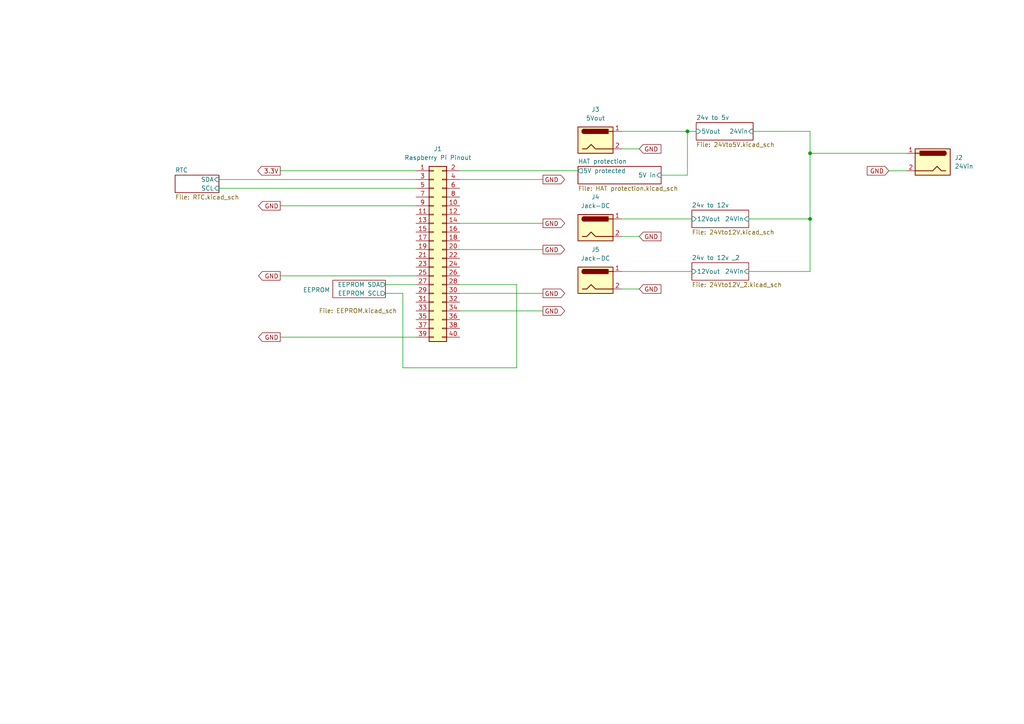
<source format=kicad_sch>
(kicad_sch
	(version 20231120)
	(generator "eeschema")
	(generator_version "8.0")
	(uuid "e63e39d7-6ac0-4ffd-8aa3-1841a4541b55")
	(paper "A4")
	(title_block
		(date "15 nov 2012")
	)
	(lib_symbols
		(symbol "Connector:Jack-DC"
			(pin_names
				(offset 1.016)
			)
			(exclude_from_sim no)
			(in_bom yes)
			(on_board yes)
			(property "Reference" "J"
				(at 0 5.334 0)
				(effects
					(font
						(size 1.27 1.27)
					)
				)
			)
			(property "Value" "Jack-DC"
				(at 0 -5.08 0)
				(effects
					(font
						(size 1.27 1.27)
					)
				)
			)
			(property "Footprint" ""
				(at 1.27 -1.016 0)
				(effects
					(font
						(size 1.27 1.27)
					)
					(hide yes)
				)
			)
			(property "Datasheet" "~"
				(at 1.27 -1.016 0)
				(effects
					(font
						(size 1.27 1.27)
					)
					(hide yes)
				)
			)
			(property "Description" "DC Barrel Jack"
				(at 0 0 0)
				(effects
					(font
						(size 1.27 1.27)
					)
					(hide yes)
				)
			)
			(property "ki_keywords" "DC power barrel jack connector"
				(at 0 0 0)
				(effects
					(font
						(size 1.27 1.27)
					)
					(hide yes)
				)
			)
			(property "ki_fp_filters" "BarrelJack*"
				(at 0 0 0)
				(effects
					(font
						(size 1.27 1.27)
					)
					(hide yes)
				)
			)
			(symbol "Jack-DC_0_1"
				(rectangle
					(start -5.08 3.81)
					(end 5.08 -3.81)
					(stroke
						(width 0.254)
						(type default)
					)
					(fill
						(type background)
					)
				)
				(arc
					(start -3.302 3.175)
					(mid -3.9343 2.54)
					(end -3.302 1.905)
					(stroke
						(width 0.254)
						(type default)
					)
					(fill
						(type none)
					)
				)
				(arc
					(start -3.302 3.175)
					(mid -3.9343 2.54)
					(end -3.302 1.905)
					(stroke
						(width 0.254)
						(type default)
					)
					(fill
						(type outline)
					)
				)
				(polyline
					(pts
						(xy 5.08 2.54) (xy 3.81 2.54)
					)
					(stroke
						(width 0.254)
						(type default)
					)
					(fill
						(type none)
					)
				)
				(polyline
					(pts
						(xy -3.81 -2.54) (xy -2.54 -2.54) (xy -1.27 -1.27) (xy 0 -2.54) (xy 2.54 -2.54) (xy 5.08 -2.54)
					)
					(stroke
						(width 0.254)
						(type default)
					)
					(fill
						(type none)
					)
				)
				(rectangle
					(start 3.683 3.175)
					(end -3.302 1.905)
					(stroke
						(width 0.254)
						(type default)
					)
					(fill
						(type outline)
					)
				)
			)
			(symbol "Jack-DC_1_1"
				(pin passive line
					(at 7.62 2.54 180)
					(length 2.54)
					(name "~"
						(effects
							(font
								(size 1.27 1.27)
							)
						)
					)
					(number "1"
						(effects
							(font
								(size 1.27 1.27)
							)
						)
					)
				)
				(pin passive line
					(at 7.62 -2.54 180)
					(length 2.54)
					(name "~"
						(effects
							(font
								(size 1.27 1.27)
							)
						)
					)
					(number "2"
						(effects
							(font
								(size 1.27 1.27)
							)
						)
					)
				)
			)
		)
		(symbol "Connector_Generic:Conn_02x20_Odd_Even"
			(pin_names
				(offset 1.016) hide)
			(exclude_from_sim no)
			(in_bom yes)
			(on_board yes)
			(property "Reference" "J"
				(at 1.27 25.4 0)
				(effects
					(font
						(size 1.27 1.27)
					)
				)
			)
			(property "Value" "Conn_02x20_Odd_Even"
				(at 1.27 -27.94 0)
				(effects
					(font
						(size 1.27 1.27)
					)
				)
			)
			(property "Footprint" ""
				(at 0 0 0)
				(effects
					(font
						(size 1.27 1.27)
					)
					(hide yes)
				)
			)
			(property "Datasheet" "~"
				(at 0 0 0)
				(effects
					(font
						(size 1.27 1.27)
					)
					(hide yes)
				)
			)
			(property "Description" "Generic connector, double row, 02x20, odd/even pin numbering scheme (row 1 odd numbers, row 2 even numbers), script generated (kicad-library-utils/schlib/autogen/connector/)"
				(at 0 0 0)
				(effects
					(font
						(size 1.27 1.27)
					)
					(hide yes)
				)
			)
			(property "ki_keywords" "connector"
				(at 0 0 0)
				(effects
					(font
						(size 1.27 1.27)
					)
					(hide yes)
				)
			)
			(property "ki_fp_filters" "Connector*:*_2x??_*"
				(at 0 0 0)
				(effects
					(font
						(size 1.27 1.27)
					)
					(hide yes)
				)
			)
			(symbol "Conn_02x20_Odd_Even_1_1"
				(rectangle
					(start -1.27 -25.273)
					(end 0 -25.527)
					(stroke
						(width 0.1524)
						(type default)
					)
					(fill
						(type none)
					)
				)
				(rectangle
					(start -1.27 -22.733)
					(end 0 -22.987)
					(stroke
						(width 0.1524)
						(type default)
					)
					(fill
						(type none)
					)
				)
				(rectangle
					(start -1.27 -20.193)
					(end 0 -20.447)
					(stroke
						(width 0.1524)
						(type default)
					)
					(fill
						(type none)
					)
				)
				(rectangle
					(start -1.27 -17.653)
					(end 0 -17.907)
					(stroke
						(width 0.1524)
						(type default)
					)
					(fill
						(type none)
					)
				)
				(rectangle
					(start -1.27 -15.113)
					(end 0 -15.367)
					(stroke
						(width 0.1524)
						(type default)
					)
					(fill
						(type none)
					)
				)
				(rectangle
					(start -1.27 -12.573)
					(end 0 -12.827)
					(stroke
						(width 0.1524)
						(type default)
					)
					(fill
						(type none)
					)
				)
				(rectangle
					(start -1.27 -10.033)
					(end 0 -10.287)
					(stroke
						(width 0.1524)
						(type default)
					)
					(fill
						(type none)
					)
				)
				(rectangle
					(start -1.27 -7.493)
					(end 0 -7.747)
					(stroke
						(width 0.1524)
						(type default)
					)
					(fill
						(type none)
					)
				)
				(rectangle
					(start -1.27 -4.953)
					(end 0 -5.207)
					(stroke
						(width 0.1524)
						(type default)
					)
					(fill
						(type none)
					)
				)
				(rectangle
					(start -1.27 -2.413)
					(end 0 -2.667)
					(stroke
						(width 0.1524)
						(type default)
					)
					(fill
						(type none)
					)
				)
				(rectangle
					(start -1.27 0.127)
					(end 0 -0.127)
					(stroke
						(width 0.1524)
						(type default)
					)
					(fill
						(type none)
					)
				)
				(rectangle
					(start -1.27 2.667)
					(end 0 2.413)
					(stroke
						(width 0.1524)
						(type default)
					)
					(fill
						(type none)
					)
				)
				(rectangle
					(start -1.27 5.207)
					(end 0 4.953)
					(stroke
						(width 0.1524)
						(type default)
					)
					(fill
						(type none)
					)
				)
				(rectangle
					(start -1.27 7.747)
					(end 0 7.493)
					(stroke
						(width 0.1524)
						(type default)
					)
					(fill
						(type none)
					)
				)
				(rectangle
					(start -1.27 10.287)
					(end 0 10.033)
					(stroke
						(width 0.1524)
						(type default)
					)
					(fill
						(type none)
					)
				)
				(rectangle
					(start -1.27 12.827)
					(end 0 12.573)
					(stroke
						(width 0.1524)
						(type default)
					)
					(fill
						(type none)
					)
				)
				(rectangle
					(start -1.27 15.367)
					(end 0 15.113)
					(stroke
						(width 0.1524)
						(type default)
					)
					(fill
						(type none)
					)
				)
				(rectangle
					(start -1.27 17.907)
					(end 0 17.653)
					(stroke
						(width 0.1524)
						(type default)
					)
					(fill
						(type none)
					)
				)
				(rectangle
					(start -1.27 20.447)
					(end 0 20.193)
					(stroke
						(width 0.1524)
						(type default)
					)
					(fill
						(type none)
					)
				)
				(rectangle
					(start -1.27 22.987)
					(end 0 22.733)
					(stroke
						(width 0.1524)
						(type default)
					)
					(fill
						(type none)
					)
				)
				(rectangle
					(start -1.27 24.13)
					(end 3.81 -26.67)
					(stroke
						(width 0.254)
						(type default)
					)
					(fill
						(type background)
					)
				)
				(rectangle
					(start 3.81 -25.273)
					(end 2.54 -25.527)
					(stroke
						(width 0.1524)
						(type default)
					)
					(fill
						(type none)
					)
				)
				(rectangle
					(start 3.81 -22.733)
					(end 2.54 -22.987)
					(stroke
						(width 0.1524)
						(type default)
					)
					(fill
						(type none)
					)
				)
				(rectangle
					(start 3.81 -20.193)
					(end 2.54 -20.447)
					(stroke
						(width 0.1524)
						(type default)
					)
					(fill
						(type none)
					)
				)
				(rectangle
					(start 3.81 -17.653)
					(end 2.54 -17.907)
					(stroke
						(width 0.1524)
						(type default)
					)
					(fill
						(type none)
					)
				)
				(rectangle
					(start 3.81 -15.113)
					(end 2.54 -15.367)
					(stroke
						(width 0.1524)
						(type default)
					)
					(fill
						(type none)
					)
				)
				(rectangle
					(start 3.81 -12.573)
					(end 2.54 -12.827)
					(stroke
						(width 0.1524)
						(type default)
					)
					(fill
						(type none)
					)
				)
				(rectangle
					(start 3.81 -10.033)
					(end 2.54 -10.287)
					(stroke
						(width 0.1524)
						(type default)
					)
					(fill
						(type none)
					)
				)
				(rectangle
					(start 3.81 -7.493)
					(end 2.54 -7.747)
					(stroke
						(width 0.1524)
						(type default)
					)
					(fill
						(type none)
					)
				)
				(rectangle
					(start 3.81 -4.953)
					(end 2.54 -5.207)
					(stroke
						(width 0.1524)
						(type default)
					)
					(fill
						(type none)
					)
				)
				(rectangle
					(start 3.81 -2.413)
					(end 2.54 -2.667)
					(stroke
						(width 0.1524)
						(type default)
					)
					(fill
						(type none)
					)
				)
				(rectangle
					(start 3.81 0.127)
					(end 2.54 -0.127)
					(stroke
						(width 0.1524)
						(type default)
					)
					(fill
						(type none)
					)
				)
				(rectangle
					(start 3.81 2.667)
					(end 2.54 2.413)
					(stroke
						(width 0.1524)
						(type default)
					)
					(fill
						(type none)
					)
				)
				(rectangle
					(start 3.81 5.207)
					(end 2.54 4.953)
					(stroke
						(width 0.1524)
						(type default)
					)
					(fill
						(type none)
					)
				)
				(rectangle
					(start 3.81 7.747)
					(end 2.54 7.493)
					(stroke
						(width 0.1524)
						(type default)
					)
					(fill
						(type none)
					)
				)
				(rectangle
					(start 3.81 10.287)
					(end 2.54 10.033)
					(stroke
						(width 0.1524)
						(type default)
					)
					(fill
						(type none)
					)
				)
				(rectangle
					(start 3.81 12.827)
					(end 2.54 12.573)
					(stroke
						(width 0.1524)
						(type default)
					)
					(fill
						(type none)
					)
				)
				(rectangle
					(start 3.81 15.367)
					(end 2.54 15.113)
					(stroke
						(width 0.1524)
						(type default)
					)
					(fill
						(type none)
					)
				)
				(rectangle
					(start 3.81 17.907)
					(end 2.54 17.653)
					(stroke
						(width 0.1524)
						(type default)
					)
					(fill
						(type none)
					)
				)
				(rectangle
					(start 3.81 20.447)
					(end 2.54 20.193)
					(stroke
						(width 0.1524)
						(type default)
					)
					(fill
						(type none)
					)
				)
				(rectangle
					(start 3.81 22.987)
					(end 2.54 22.733)
					(stroke
						(width 0.1524)
						(type default)
					)
					(fill
						(type none)
					)
				)
				(pin passive line
					(at -5.08 22.86 0)
					(length 3.81)
					(name "Pin_1"
						(effects
							(font
								(size 1.27 1.27)
							)
						)
					)
					(number "1"
						(effects
							(font
								(size 1.27 1.27)
							)
						)
					)
				)
				(pin passive line
					(at 7.62 12.7 180)
					(length 3.81)
					(name "Pin_10"
						(effects
							(font
								(size 1.27 1.27)
							)
						)
					)
					(number "10"
						(effects
							(font
								(size 1.27 1.27)
							)
						)
					)
				)
				(pin passive line
					(at -5.08 10.16 0)
					(length 3.81)
					(name "Pin_11"
						(effects
							(font
								(size 1.27 1.27)
							)
						)
					)
					(number "11"
						(effects
							(font
								(size 1.27 1.27)
							)
						)
					)
				)
				(pin passive line
					(at 7.62 10.16 180)
					(length 3.81)
					(name "Pin_12"
						(effects
							(font
								(size 1.27 1.27)
							)
						)
					)
					(number "12"
						(effects
							(font
								(size 1.27 1.27)
							)
						)
					)
				)
				(pin passive line
					(at -5.08 7.62 0)
					(length 3.81)
					(name "Pin_13"
						(effects
							(font
								(size 1.27 1.27)
							)
						)
					)
					(number "13"
						(effects
							(font
								(size 1.27 1.27)
							)
						)
					)
				)
				(pin passive line
					(at 7.62 7.62 180)
					(length 3.81)
					(name "Pin_14"
						(effects
							(font
								(size 1.27 1.27)
							)
						)
					)
					(number "14"
						(effects
							(font
								(size 1.27 1.27)
							)
						)
					)
				)
				(pin passive line
					(at -5.08 5.08 0)
					(length 3.81)
					(name "Pin_15"
						(effects
							(font
								(size 1.27 1.27)
							)
						)
					)
					(number "15"
						(effects
							(font
								(size 1.27 1.27)
							)
						)
					)
				)
				(pin passive line
					(at 7.62 5.08 180)
					(length 3.81)
					(name "Pin_16"
						(effects
							(font
								(size 1.27 1.27)
							)
						)
					)
					(number "16"
						(effects
							(font
								(size 1.27 1.27)
							)
						)
					)
				)
				(pin passive line
					(at -5.08 2.54 0)
					(length 3.81)
					(name "Pin_17"
						(effects
							(font
								(size 1.27 1.27)
							)
						)
					)
					(number "17"
						(effects
							(font
								(size 1.27 1.27)
							)
						)
					)
				)
				(pin passive line
					(at 7.62 2.54 180)
					(length 3.81)
					(name "Pin_18"
						(effects
							(font
								(size 1.27 1.27)
							)
						)
					)
					(number "18"
						(effects
							(font
								(size 1.27 1.27)
							)
						)
					)
				)
				(pin passive line
					(at -5.08 0 0)
					(length 3.81)
					(name "Pin_19"
						(effects
							(font
								(size 1.27 1.27)
							)
						)
					)
					(number "19"
						(effects
							(font
								(size 1.27 1.27)
							)
						)
					)
				)
				(pin passive line
					(at 7.62 22.86 180)
					(length 3.81)
					(name "Pin_2"
						(effects
							(font
								(size 1.27 1.27)
							)
						)
					)
					(number "2"
						(effects
							(font
								(size 1.27 1.27)
							)
						)
					)
				)
				(pin passive line
					(at 7.62 0 180)
					(length 3.81)
					(name "Pin_20"
						(effects
							(font
								(size 1.27 1.27)
							)
						)
					)
					(number "20"
						(effects
							(font
								(size 1.27 1.27)
							)
						)
					)
				)
				(pin passive line
					(at -5.08 -2.54 0)
					(length 3.81)
					(name "Pin_21"
						(effects
							(font
								(size 1.27 1.27)
							)
						)
					)
					(number "21"
						(effects
							(font
								(size 1.27 1.27)
							)
						)
					)
				)
				(pin passive line
					(at 7.62 -2.54 180)
					(length 3.81)
					(name "Pin_22"
						(effects
							(font
								(size 1.27 1.27)
							)
						)
					)
					(number "22"
						(effects
							(font
								(size 1.27 1.27)
							)
						)
					)
				)
				(pin passive line
					(at -5.08 -5.08 0)
					(length 3.81)
					(name "Pin_23"
						(effects
							(font
								(size 1.27 1.27)
							)
						)
					)
					(number "23"
						(effects
							(font
								(size 1.27 1.27)
							)
						)
					)
				)
				(pin passive line
					(at 7.62 -5.08 180)
					(length 3.81)
					(name "Pin_24"
						(effects
							(font
								(size 1.27 1.27)
							)
						)
					)
					(number "24"
						(effects
							(font
								(size 1.27 1.27)
							)
						)
					)
				)
				(pin passive line
					(at -5.08 -7.62 0)
					(length 3.81)
					(name "Pin_25"
						(effects
							(font
								(size 1.27 1.27)
							)
						)
					)
					(number "25"
						(effects
							(font
								(size 1.27 1.27)
							)
						)
					)
				)
				(pin passive line
					(at 7.62 -7.62 180)
					(length 3.81)
					(name "Pin_26"
						(effects
							(font
								(size 1.27 1.27)
							)
						)
					)
					(number "26"
						(effects
							(font
								(size 1.27 1.27)
							)
						)
					)
				)
				(pin passive line
					(at -5.08 -10.16 0)
					(length 3.81)
					(name "Pin_27"
						(effects
							(font
								(size 1.27 1.27)
							)
						)
					)
					(number "27"
						(effects
							(font
								(size 1.27 1.27)
							)
						)
					)
				)
				(pin passive line
					(at 7.62 -10.16 180)
					(length 3.81)
					(name "Pin_28"
						(effects
							(font
								(size 1.27 1.27)
							)
						)
					)
					(number "28"
						(effects
							(font
								(size 1.27 1.27)
							)
						)
					)
				)
				(pin passive line
					(at -5.08 -12.7 0)
					(length 3.81)
					(name "Pin_29"
						(effects
							(font
								(size 1.27 1.27)
							)
						)
					)
					(number "29"
						(effects
							(font
								(size 1.27 1.27)
							)
						)
					)
				)
				(pin passive line
					(at -5.08 20.32 0)
					(length 3.81)
					(name "Pin_3"
						(effects
							(font
								(size 1.27 1.27)
							)
						)
					)
					(number "3"
						(effects
							(font
								(size 1.27 1.27)
							)
						)
					)
				)
				(pin passive line
					(at 7.62 -12.7 180)
					(length 3.81)
					(name "Pin_30"
						(effects
							(font
								(size 1.27 1.27)
							)
						)
					)
					(number "30"
						(effects
							(font
								(size 1.27 1.27)
							)
						)
					)
				)
				(pin passive line
					(at -5.08 -15.24 0)
					(length 3.81)
					(name "Pin_31"
						(effects
							(font
								(size 1.27 1.27)
							)
						)
					)
					(number "31"
						(effects
							(font
								(size 1.27 1.27)
							)
						)
					)
				)
				(pin passive line
					(at 7.62 -15.24 180)
					(length 3.81)
					(name "Pin_32"
						(effects
							(font
								(size 1.27 1.27)
							)
						)
					)
					(number "32"
						(effects
							(font
								(size 1.27 1.27)
							)
						)
					)
				)
				(pin passive line
					(at -5.08 -17.78 0)
					(length 3.81)
					(name "Pin_33"
						(effects
							(font
								(size 1.27 1.27)
							)
						)
					)
					(number "33"
						(effects
							(font
								(size 1.27 1.27)
							)
						)
					)
				)
				(pin passive line
					(at 7.62 -17.78 180)
					(length 3.81)
					(name "Pin_34"
						(effects
							(font
								(size 1.27 1.27)
							)
						)
					)
					(number "34"
						(effects
							(font
								(size 1.27 1.27)
							)
						)
					)
				)
				(pin passive line
					(at -5.08 -20.32 0)
					(length 3.81)
					(name "Pin_35"
						(effects
							(font
								(size 1.27 1.27)
							)
						)
					)
					(number "35"
						(effects
							(font
								(size 1.27 1.27)
							)
						)
					)
				)
				(pin passive line
					(at 7.62 -20.32 180)
					(length 3.81)
					(name "Pin_36"
						(effects
							(font
								(size 1.27 1.27)
							)
						)
					)
					(number "36"
						(effects
							(font
								(size 1.27 1.27)
							)
						)
					)
				)
				(pin passive line
					(at -5.08 -22.86 0)
					(length 3.81)
					(name "Pin_37"
						(effects
							(font
								(size 1.27 1.27)
							)
						)
					)
					(number "37"
						(effects
							(font
								(size 1.27 1.27)
							)
						)
					)
				)
				(pin passive line
					(at 7.62 -22.86 180)
					(length 3.81)
					(name "Pin_38"
						(effects
							(font
								(size 1.27 1.27)
							)
						)
					)
					(number "38"
						(effects
							(font
								(size 1.27 1.27)
							)
						)
					)
				)
				(pin passive line
					(at -5.08 -25.4 0)
					(length 3.81)
					(name "Pin_39"
						(effects
							(font
								(size 1.27 1.27)
							)
						)
					)
					(number "39"
						(effects
							(font
								(size 1.27 1.27)
							)
						)
					)
				)
				(pin passive line
					(at 7.62 20.32 180)
					(length 3.81)
					(name "Pin_4"
						(effects
							(font
								(size 1.27 1.27)
							)
						)
					)
					(number "4"
						(effects
							(font
								(size 1.27 1.27)
							)
						)
					)
				)
				(pin passive line
					(at 7.62 -25.4 180)
					(length 3.81)
					(name "Pin_40"
						(effects
							(font
								(size 1.27 1.27)
							)
						)
					)
					(number "40"
						(effects
							(font
								(size 1.27 1.27)
							)
						)
					)
				)
				(pin passive line
					(at -5.08 17.78 0)
					(length 3.81)
					(name "Pin_5"
						(effects
							(font
								(size 1.27 1.27)
							)
						)
					)
					(number "5"
						(effects
							(font
								(size 1.27 1.27)
							)
						)
					)
				)
				(pin passive line
					(at 7.62 17.78 180)
					(length 3.81)
					(name "Pin_6"
						(effects
							(font
								(size 1.27 1.27)
							)
						)
					)
					(number "6"
						(effects
							(font
								(size 1.27 1.27)
							)
						)
					)
				)
				(pin passive line
					(at -5.08 15.24 0)
					(length 3.81)
					(name "Pin_7"
						(effects
							(font
								(size 1.27 1.27)
							)
						)
					)
					(number "7"
						(effects
							(font
								(size 1.27 1.27)
							)
						)
					)
				)
				(pin passive line
					(at 7.62 15.24 180)
					(length 3.81)
					(name "Pin_8"
						(effects
							(font
								(size 1.27 1.27)
							)
						)
					)
					(number "8"
						(effects
							(font
								(size 1.27 1.27)
							)
						)
					)
				)
				(pin passive line
					(at -5.08 12.7 0)
					(length 3.81)
					(name "Pin_9"
						(effects
							(font
								(size 1.27 1.27)
							)
						)
					)
					(number "9"
						(effects
							(font
								(size 1.27 1.27)
							)
						)
					)
				)
			)
		)
	)
	(junction
		(at 234.95 63.5)
		(diameter 0)
		(color 0 0 0 0)
		(uuid "53dff99e-af15-4c73-96a8-cc04538100fa")
	)
	(junction
		(at 199.39 38.1)
		(diameter 0)
		(color 0 0 0 0)
		(uuid "5ca5d5b1-ab71-4a52-a552-af3ea7dcae6d")
	)
	(junction
		(at 234.95 44.45)
		(diameter 0)
		(color 0 0 0 0)
		(uuid "74d75486-de43-4a04-98f1-ca7347461c83")
	)
	(wire
		(pts
			(xy 111.76 82.55) (xy 120.65 82.55)
		)
		(stroke
			(width 0)
			(type default)
		)
		(uuid "00a1aa7f-b0a1-45cd-9371-dc2abc56ee24")
	)
	(wire
		(pts
			(xy 257.81 49.53) (xy 262.89 49.53)
		)
		(stroke
			(width 0)
			(type default)
		)
		(uuid "0ca1484a-cf8f-46d1-9369-488b76ba6ed2")
	)
	(wire
		(pts
			(xy 180.34 68.58) (xy 185.42 68.58)
		)
		(stroke
			(width 0)
			(type default)
		)
		(uuid "117499c8-c4e7-44a4-be30-30d520a2af21")
	)
	(wire
		(pts
			(xy 81.28 59.69) (xy 120.65 59.69)
		)
		(stroke
			(width 0)
			(type default)
		)
		(uuid "11b76282-2965-4134-90dd-00fa9c0de37d")
	)
	(wire
		(pts
			(xy 191.77 50.8) (xy 199.39 50.8)
		)
		(stroke
			(width 0)
			(type default)
		)
		(uuid "128d2ebc-a1da-4908-b224-d26a0d7f27e6")
	)
	(wire
		(pts
			(xy 116.84 85.09) (xy 111.76 85.09)
		)
		(stroke
			(width 0)
			(type default)
		)
		(uuid "21a2e61f-2bf1-46ee-95e2-55a024e06c46")
	)
	(wire
		(pts
			(xy 116.84 106.68) (xy 116.84 85.09)
		)
		(stroke
			(width 0)
			(type default)
		)
		(uuid "246bd1d6-62ce-4635-bb05-edc6f59ad601")
	)
	(wire
		(pts
			(xy 133.35 90.17) (xy 157.48 90.17)
		)
		(stroke
			(width 0)
			(type default)
		)
		(uuid "2a2ad19b-ad84-44ba-a913-6f4a67e42a51")
	)
	(wire
		(pts
			(xy 199.39 38.1) (xy 199.39 50.8)
		)
		(stroke
			(width 0)
			(type default)
		)
		(uuid "39a656ef-ef62-4fb2-94d9-6540e288b76e")
	)
	(wire
		(pts
			(xy 217.17 78.74) (xy 234.95 78.74)
		)
		(stroke
			(width 0)
			(type default)
		)
		(uuid "48c70fdf-36eb-46e9-825e-31cfbcb291cd")
	)
	(wire
		(pts
			(xy 133.35 49.53) (xy 167.64 49.53)
		)
		(stroke
			(width 0)
			(type default)
		)
		(uuid "5fae8841-b80b-47b9-97a1-97d815b4e2f1")
	)
	(wire
		(pts
			(xy 63.5 54.61) (xy 120.65 54.61)
		)
		(stroke
			(width 0)
			(type default)
		)
		(uuid "671f9f46-6231-45cc-9007-a780409652fb")
	)
	(wire
		(pts
			(xy 199.39 38.1) (xy 201.93 38.1)
		)
		(stroke
			(width 0)
			(type default)
		)
		(uuid "7021b6c0-aed7-454f-b43f-b903a2df314e")
	)
	(wire
		(pts
			(xy 149.86 106.68) (xy 116.84 106.68)
		)
		(stroke
			(width 0)
			(type default)
		)
		(uuid "73c00c54-e52a-4caf-bb44-c8b88826f5c9")
	)
	(wire
		(pts
			(xy 234.95 44.45) (xy 262.89 44.45)
		)
		(stroke
			(width 0)
			(type default)
		)
		(uuid "7fc34046-67b8-46f7-9a05-1a12a77767cb")
	)
	(wire
		(pts
			(xy 234.95 44.45) (xy 234.95 63.5)
		)
		(stroke
			(width 0)
			(type default)
		)
		(uuid "81655acd-b068-4141-9f00-d5c8b5e4f00f")
	)
	(wire
		(pts
			(xy 133.35 85.09) (xy 157.48 85.09)
		)
		(stroke
			(width 0)
			(type default)
		)
		(uuid "904e046f-cf5a-470c-9379-fd9a650c54c5")
	)
	(wire
		(pts
			(xy 149.86 82.55) (xy 149.86 106.68)
		)
		(stroke
			(width 0)
			(type default)
		)
		(uuid "91e699fa-f5d6-4831-bf24-8209b9754503")
	)
	(wire
		(pts
			(xy 133.35 52.07) (xy 157.48 52.07)
		)
		(stroke
			(width 0)
			(type default)
		)
		(uuid "97489971-78f4-4ad0-a7c7-29a5461dccae")
	)
	(wire
		(pts
			(xy 81.28 80.01) (xy 120.65 80.01)
		)
		(stroke
			(width 0)
			(type default)
		)
		(uuid "9b1729c8-a0c9-4234-ac62-cae966356ec4")
	)
	(wire
		(pts
			(xy 200.66 78.74) (xy 180.34 78.74)
		)
		(stroke
			(width 0)
			(type default)
		)
		(uuid "9d0610c7-e465-4a1a-a27f-d7da540d59fe")
	)
	(wire
		(pts
			(xy 81.28 49.53) (xy 120.65 49.53)
		)
		(stroke
			(width 0)
			(type default)
		)
		(uuid "9d1e9acc-6e92-49f8-9709-15abb21153ac")
	)
	(wire
		(pts
			(xy 234.95 38.1) (xy 234.95 44.45)
		)
		(stroke
			(width 0)
			(type default)
		)
		(uuid "acd00f79-3dc6-4b8d-ab0f-9cdaf8074fb2")
	)
	(wire
		(pts
			(xy 133.35 82.55) (xy 149.86 82.55)
		)
		(stroke
			(width 0)
			(type default)
		)
		(uuid "b08dbad1-dde7-4edb-b4c1-c4b5c973c45e")
	)
	(wire
		(pts
			(xy 81.28 97.79) (xy 120.65 97.79)
		)
		(stroke
			(width 0)
			(type default)
		)
		(uuid "b0af56aa-77fd-4f73-8cae-93d31267183a")
	)
	(wire
		(pts
			(xy 180.34 43.18) (xy 185.42 43.18)
		)
		(stroke
			(width 0)
			(type default)
		)
		(uuid "c46df623-a46f-4cde-9e2e-22571a03c468")
	)
	(wire
		(pts
			(xy 180.34 38.1) (xy 199.39 38.1)
		)
		(stroke
			(width 0)
			(type default)
		)
		(uuid "c70d7bd1-eb41-4d3b-a2e1-ebcaeb41f9c2")
	)
	(wire
		(pts
			(xy 180.34 83.82) (xy 185.42 83.82)
		)
		(stroke
			(width 0)
			(type default)
		)
		(uuid "c8177ae3-dd6c-4618-8f51-598fb42a065a")
	)
	(wire
		(pts
			(xy 218.44 38.1) (xy 234.95 38.1)
		)
		(stroke
			(width 0)
			(type default)
		)
		(uuid "cb7915e4-d9e4-4795-8b16-ff6f98f7ebb7")
	)
	(wire
		(pts
			(xy 234.95 78.74) (xy 234.95 63.5)
		)
		(stroke
			(width 0)
			(type default)
		)
		(uuid "e2d340ff-420c-4e37-9980-b41790ef1e59")
	)
	(wire
		(pts
			(xy 217.17 63.5) (xy 234.95 63.5)
		)
		(stroke
			(width 0)
			(type default)
		)
		(uuid "e5f1c384-d0f0-474e-ad0f-25659583d5fd")
	)
	(wire
		(pts
			(xy 63.5 52.07) (xy 120.65 52.07)
		)
		(stroke
			(width 0)
			(type default)
		)
		(uuid "ec11a54d-47b9-4da3-82a3-4e8b2d4b9385")
	)
	(wire
		(pts
			(xy 200.66 63.5) (xy 180.34 63.5)
		)
		(stroke
			(width 0)
			(type default)
		)
		(uuid "f2b2da98-16a2-407e-a1cd-7e1aaae51a82")
	)
	(wire
		(pts
			(xy 133.35 64.77) (xy 157.48 64.77)
		)
		(stroke
			(width 0)
			(type default)
		)
		(uuid "fabdc7fb-46c1-4e3a-afa7-9839c077bdad")
	)
	(wire
		(pts
			(xy 133.35 72.39) (xy 157.48 72.39)
		)
		(stroke
			(width 0)
			(type default)
		)
		(uuid "fb66035e-b7b9-46c1-8310-912c21675372")
	)
	(global_label "GND"
		(shape input)
		(at 185.42 83.82 0)
		(fields_autoplaced yes)
		(effects
			(font
				(size 1.27 1.27)
			)
			(justify left)
		)
		(uuid "0e5e16b9-89a0-4e3c-80f7-074a94cb91f1")
		(property "Intersheetrefs" "${INTERSHEET_REFS}"
			(at 192.3708 83.82 0)
			(effects
				(font
					(size 1.27 1.27)
				)
				(justify left)
				(hide yes)
			)
		)
	)
	(global_label "GND"
		(shape output)
		(at 157.48 52.07 0)
		(fields_autoplaced yes)
		(effects
			(font
				(size 1.27 1.27)
			)
			(justify left)
		)
		(uuid "1f7a2f7e-5e44-4274-aa0a-87d6633e4477")
		(property "Intersheetrefs" "${INTERSHEET_REFS}"
			(at 164.4308 52.07 0)
			(effects
				(font
					(size 1.27 1.27)
				)
				(justify left)
				(hide yes)
			)
		)
	)
	(global_label "GND"
		(shape input)
		(at 257.81 49.53 180)
		(fields_autoplaced yes)
		(effects
			(font
				(size 1.27 1.27)
			)
			(justify right)
		)
		(uuid "21ecee9a-6693-4b8d-96fa-999587f12173")
		(property "Intersheetrefs" "${INTERSHEET_REFS}"
			(at 250.8592 49.53 0)
			(effects
				(font
					(size 1.27 1.27)
				)
				(justify right)
				(hide yes)
			)
		)
	)
	(global_label "GND"
		(shape output)
		(at 157.48 64.77 0)
		(fields_autoplaced yes)
		(effects
			(font
				(size 1.27 1.27)
			)
			(justify left)
		)
		(uuid "2f7a7cb4-a042-421e-9933-bc9998e86a74")
		(property "Intersheetrefs" "${INTERSHEET_REFS}"
			(at 164.4308 64.77 0)
			(effects
				(font
					(size 1.27 1.27)
				)
				(justify left)
				(hide yes)
			)
		)
	)
	(global_label "GND"
		(shape input)
		(at 185.42 43.18 0)
		(fields_autoplaced yes)
		(effects
			(font
				(size 1.27 1.27)
			)
			(justify left)
		)
		(uuid "31090de3-2639-433e-8aa4-749bbfa57b87")
		(property "Intersheetrefs" "${INTERSHEET_REFS}"
			(at 192.3708 43.18 0)
			(effects
				(font
					(size 1.27 1.27)
				)
				(justify left)
				(hide yes)
			)
		)
	)
	(global_label "GND"
		(shape output)
		(at 81.28 80.01 180)
		(fields_autoplaced yes)
		(effects
			(font
				(size 1.27 1.27)
			)
			(justify right)
		)
		(uuid "5fa2eb2c-0171-41ea-8247-a9755719e74d")
		(property "Intersheetrefs" "${INTERSHEET_REFS}"
			(at 74.3292 80.01 0)
			(effects
				(font
					(size 1.27 1.27)
				)
				(justify right)
				(hide yes)
			)
		)
	)
	(global_label "3.3V"
		(shape output)
		(at 81.28 49.53 180)
		(fields_autoplaced yes)
		(effects
			(font
				(size 1.27 1.27)
			)
			(justify right)
		)
		(uuid "719849af-0e18-470a-aacc-d62bad944154")
		(property "Intersheetrefs" "${INTERSHEET_REFS}"
			(at 74.0873 49.53 0)
			(effects
				(font
					(size 1.27 1.27)
				)
				(justify right)
				(hide yes)
			)
		)
	)
	(global_label "GND"
		(shape output)
		(at 157.48 72.39 0)
		(fields_autoplaced yes)
		(effects
			(font
				(size 1.27 1.27)
			)
			(justify left)
		)
		(uuid "74750463-7b1b-4957-8669-bb8073cac42f")
		(property "Intersheetrefs" "${INTERSHEET_REFS}"
			(at 164.4308 72.39 0)
			(effects
				(font
					(size 1.27 1.27)
				)
				(justify left)
				(hide yes)
			)
		)
	)
	(global_label "GND"
		(shape input)
		(at 185.42 68.58 0)
		(fields_autoplaced yes)
		(effects
			(font
				(size 1.27 1.27)
			)
			(justify left)
		)
		(uuid "8557c8bf-3e8c-4b19-bd63-f733955ea4f9")
		(property "Intersheetrefs" "${INTERSHEET_REFS}"
			(at 192.3708 68.58 0)
			(effects
				(font
					(size 1.27 1.27)
				)
				(justify left)
				(hide yes)
			)
		)
	)
	(global_label "GND"
		(shape output)
		(at 157.48 85.09 0)
		(fields_autoplaced yes)
		(effects
			(font
				(size 1.27 1.27)
			)
			(justify left)
		)
		(uuid "8e672e5b-52df-497a-b901-f1bdcfd69b11")
		(property "Intersheetrefs" "${INTERSHEET_REFS}"
			(at 164.4308 85.09 0)
			(effects
				(font
					(size 1.27 1.27)
				)
				(justify left)
				(hide yes)
			)
		)
	)
	(global_label "GND"
		(shape output)
		(at 81.28 59.69 180)
		(fields_autoplaced yes)
		(effects
			(font
				(size 1.27 1.27)
			)
			(justify right)
		)
		(uuid "9a53453d-56a9-48f0-8f22-f7e93a3de4f5")
		(property "Intersheetrefs" "${INTERSHEET_REFS}"
			(at 74.3292 59.69 0)
			(effects
				(font
					(size 1.27 1.27)
				)
				(justify right)
				(hide yes)
			)
		)
	)
	(global_label "GND"
		(shape output)
		(at 157.48 90.17 0)
		(fields_autoplaced yes)
		(effects
			(font
				(size 1.27 1.27)
			)
			(justify left)
		)
		(uuid "b5e3d0b2-af60-48c6-bdaa-2f64e5893dc9")
		(property "Intersheetrefs" "${INTERSHEET_REFS}"
			(at 164.4308 90.17 0)
			(effects
				(font
					(size 1.27 1.27)
				)
				(justify left)
				(hide yes)
			)
		)
	)
	(global_label "GND"
		(shape output)
		(at 81.28 97.79 180)
		(fields_autoplaced yes)
		(effects
			(font
				(size 1.27 1.27)
			)
			(justify right)
		)
		(uuid "f1b353ec-5cea-4b72-ab3e-332b4d94cb2d")
		(property "Intersheetrefs" "${INTERSHEET_REFS}"
			(at 74.3292 97.79 0)
			(effects
				(font
					(size 1.27 1.27)
				)
				(justify right)
				(hide yes)
			)
		)
	)
	(symbol
		(lib_id "Connector:Jack-DC")
		(at 270.51 46.99 0)
		(mirror y)
		(unit 1)
		(exclude_from_sim no)
		(in_bom yes)
		(on_board yes)
		(dnp no)
		(fields_autoplaced yes)
		(uuid "36e54459-345a-4f81-8563-da664a9b0b60")
		(property "Reference" "J2"
			(at 276.86 45.7199 0)
			(effects
				(font
					(size 1.27 1.27)
				)
				(justify right)
			)
		)
		(property "Value" "24Vin"
			(at 276.86 48.2599 0)
			(effects
				(font
					(size 1.27 1.27)
				)
				(justify right)
			)
		)
		(property "Footprint" "Connector_BarrelJack:BarrelJack_CUI_PJ-102AH_Horizontal"
			(at 269.24 48.006 0)
			(effects
				(font
					(size 1.27 1.27)
				)
				(hide yes)
			)
		)
		(property "Datasheet" "~"
			(at 269.24 48.006 0)
			(effects
				(font
					(size 1.27 1.27)
				)
				(hide yes)
			)
		)
		(property "Description" "DC Barrel Jack"
			(at 270.51 46.99 0)
			(effects
				(font
					(size 1.27 1.27)
				)
				(hide yes)
			)
		)
		(pin "1"
			(uuid "e275be3d-af62-4095-afd9-bff6c7560dc1")
		)
		(pin "2"
			(uuid "67f62754-de3b-451b-a5bc-236fe1261ff5")
		)
		(instances
			(project ""
				(path "/e63e39d7-6ac0-4ffd-8aa3-1841a4541b55"
					(reference "J2")
					(unit 1)
				)
			)
		)
	)
	(symbol
		(lib_id "Connector:Jack-DC")
		(at 172.72 66.04 0)
		(unit 1)
		(exclude_from_sim no)
		(in_bom yes)
		(on_board yes)
		(dnp no)
		(fields_autoplaced yes)
		(uuid "6a1452fd-cfae-44bb-a099-ee3bba7165ff")
		(property "Reference" "J4"
			(at 172.72 57.15 0)
			(effects
				(font
					(size 1.27 1.27)
				)
			)
		)
		(property "Value" "Jack-DC"
			(at 172.72 59.69 0)
			(effects
				(font
					(size 1.27 1.27)
				)
			)
		)
		(property "Footprint" "Connector_BarrelJack:BarrelJack_CUI_PJ-102AH_Horizontal"
			(at 173.99 67.056 0)
			(effects
				(font
					(size 1.27 1.27)
				)
				(hide yes)
			)
		)
		(property "Datasheet" "~"
			(at 173.99 67.056 0)
			(effects
				(font
					(size 1.27 1.27)
				)
				(hide yes)
			)
		)
		(property "Description" "DC Barrel Jack"
			(at 172.72 66.04 0)
			(effects
				(font
					(size 1.27 1.27)
				)
				(hide yes)
			)
		)
		(pin "2"
			(uuid "8afb52cc-2586-4908-87cb-0fc7a25cdc5a")
		)
		(pin "1"
			(uuid "5539c870-e36b-4f82-89de-bd2332085319")
		)
		(instances
			(project ""
				(path "/e63e39d7-6ac0-4ffd-8aa3-1841a4541b55"
					(reference "J4")
					(unit 1)
				)
			)
		)
	)
	(symbol
		(lib_id "Connector_Generic:Conn_02x20_Odd_Even")
		(at 125.73 72.39 0)
		(unit 1)
		(exclude_from_sim no)
		(in_bom yes)
		(on_board yes)
		(dnp no)
		(fields_autoplaced yes)
		(uuid "705eb80c-dc09-4eeb-bbbf-ab75d54bbc7d")
		(property "Reference" "J1"
			(at 127 43.18 0)
			(effects
				(font
					(size 1.27 1.27)
				)
			)
		)
		(property "Value" "Raspberry Pi Pinout"
			(at 127 45.72 0)
			(effects
				(font
					(size 1.27 1.27)
				)
			)
		)
		(property "Footprint" "Connector_PinSocket_2.54mm:PinSocket_2x20_P2.54mm_Vertical"
			(at 125.73 72.39 0)
			(effects
				(font
					(size 1.27 1.27)
				)
				(hide yes)
			)
		)
		(property "Datasheet" "~"
			(at 125.73 72.39 0)
			(effects
				(font
					(size 1.27 1.27)
				)
				(hide yes)
			)
		)
		(property "Description" "Generic connector, double row, 02x20, odd/even pin numbering scheme (row 1 odd numbers, row 2 even numbers), script generated (kicad-library-utils/schlib/autogen/connector/)"
			(at 125.73 72.39 0)
			(effects
				(font
					(size 1.27 1.27)
				)
				(hide yes)
			)
		)
		(pin "3"
			(uuid "0585849c-8c65-4ea6-af13-993398a8b7f1")
		)
		(pin "33"
			(uuid "ab79f890-c544-443e-8988-183f45215d8c")
		)
		(pin "38"
			(uuid "c26c546c-5afc-4fef-bc31-d0e329ca9202")
		)
		(pin "37"
			(uuid "ef5fa45a-01b9-45b9-846e-fbf1da28d8c4")
		)
		(pin "11"
			(uuid "56654a28-61e5-4f9f-aa7a-62c0662876a4")
		)
		(pin "1"
			(uuid "855ceb44-86a0-4a69-8835-d361bc299bc3")
		)
		(pin "10"
			(uuid "708f5203-ffec-4f00-9e8c-2f7685092363")
		)
		(pin "23"
			(uuid "6f67a265-9d77-4029-8f5a-382d49008bf4")
		)
		(pin "24"
			(uuid "fdfd3f2a-1fe2-474a-b3ca-d5f552bb346f")
		)
		(pin "13"
			(uuid "e4b3ab34-433d-4694-ab9b-e8f7b3b0981e")
		)
		(pin "32"
			(uuid "6621f6e4-8b25-4048-98f9-19263a040979")
		)
		(pin "40"
			(uuid "c77e13e3-77cf-4592-b928-1683c47d6fb1")
		)
		(pin "7"
			(uuid "4d0a6bcc-a407-417c-a77b-96154ca1a46d")
		)
		(pin "34"
			(uuid "3af5b88a-859c-47e8-9bf0-df8ac822925d")
		)
		(pin "39"
			(uuid "b6070972-936d-4d28-81e5-3c6abac46671")
		)
		(pin "27"
			(uuid "34af5e38-6454-4cc7-aa0c-a4ccdfcc5382")
		)
		(pin "20"
			(uuid "af3c9d4c-08d2-4dff-afc0-c1eb939a4689")
		)
		(pin "8"
			(uuid "b2d06247-f141-4108-b9a7-731c73ebb1ea")
		)
		(pin "19"
			(uuid "d8e81415-4a1b-47e8-9eb1-e53abb28ad1e")
		)
		(pin "14"
			(uuid "f2853ae1-c95e-4254-a025-76600b18acfa")
		)
		(pin "17"
			(uuid "8276f9ff-2d00-424f-84e9-37a5055a9a7d")
		)
		(pin "2"
			(uuid "9f952a6e-497d-4931-8148-ab2c4df482dc")
		)
		(pin "21"
			(uuid "f7ba4f42-3c71-4f41-b237-ea041efb81db")
		)
		(pin "22"
			(uuid "56e75fc8-5f92-4eb4-88ff-19f64d04b28f")
		)
		(pin "26"
			(uuid "5a31caef-349a-4ca1-9fe8-e08c10b2d826")
		)
		(pin "31"
			(uuid "a57740c2-9ad3-41c1-9082-ad7f8e32a96f")
		)
		(pin "16"
			(uuid "57572484-d9e7-4a83-a628-aa1d0fed3d0d")
		)
		(pin "30"
			(uuid "67bcc08a-8ba8-4432-b374-8bcee930be68")
		)
		(pin "35"
			(uuid "db0aa915-1992-40fb-bc3a-6af2209795c6")
		)
		(pin "15"
			(uuid "894b163b-adf6-42af-be1b-37d931c16edb")
		)
		(pin "29"
			(uuid "5bf69fa9-9f51-4cca-b4cf-6fbfcb195a91")
		)
		(pin "6"
			(uuid "1edcc68e-3965-4138-8938-78cf31b732c1")
		)
		(pin "5"
			(uuid "5e295509-36af-44cb-ae19-f96e33b02e78")
		)
		(pin "25"
			(uuid "64effa00-33c6-400b-8fe8-68508d2f5a13")
		)
		(pin "12"
			(uuid "57f99f3e-5885-4227-905c-ce322fb2ec18")
		)
		(pin "36"
			(uuid "6da44287-9d89-49a1-b4cd-d97e69c3b5f7")
		)
		(pin "9"
			(uuid "8680ff18-8af5-4366-8f40-df49fcec3926")
		)
		(pin "4"
			(uuid "cd1c4c9d-d5b1-4b07-aff8-11d5099a9e42")
		)
		(pin "28"
			(uuid "1486cb30-b32c-415f-a9ed-a65bc015f668")
		)
		(pin "18"
			(uuid "cc65170c-d081-4250-94e2-4a4259d94b7d")
		)
		(instances
			(project ""
				(path "/e63e39d7-6ac0-4ffd-8aa3-1841a4541b55"
					(reference "J1")
					(unit 1)
				)
			)
		)
	)
	(symbol
		(lib_id "Connector:Jack-DC")
		(at 172.72 40.64 0)
		(unit 1)
		(exclude_from_sim no)
		(in_bom yes)
		(on_board yes)
		(dnp no)
		(fields_autoplaced yes)
		(uuid "aaea73ae-5851-4da0-9a10-b0f6f912972e")
		(property "Reference" "J3"
			(at 172.72 31.75 0)
			(effects
				(font
					(size 1.27 1.27)
				)
			)
		)
		(property "Value" "5Vout"
			(at 172.72 34.29 0)
			(effects
				(font
					(size 1.27 1.27)
				)
			)
		)
		(property "Footprint" "Connector_BarrelJack:BarrelJack_CUI_PJ-102AH_Horizontal"
			(at 173.99 41.656 0)
			(effects
				(font
					(size 1.27 1.27)
				)
				(hide yes)
			)
		)
		(property "Datasheet" "~"
			(at 173.99 41.656 0)
			(effects
				(font
					(size 1.27 1.27)
				)
				(hide yes)
			)
		)
		(property "Description" "DC Barrel Jack"
			(at 172.72 40.64 0)
			(effects
				(font
					(size 1.27 1.27)
				)
				(hide yes)
			)
		)
		(pin "1"
			(uuid "0c1efce5-15e3-4992-bea8-994bbd99e2fa")
		)
		(pin "2"
			(uuid "7cc3713a-99d2-468b-bd88-f9c4eb0a5f63")
		)
		(instances
			(project ""
				(path "/e63e39d7-6ac0-4ffd-8aa3-1841a4541b55"
					(reference "J3")
					(unit 1)
				)
			)
		)
	)
	(symbol
		(lib_id "Connector:Jack-DC")
		(at 172.72 81.28 0)
		(unit 1)
		(exclude_from_sim no)
		(in_bom yes)
		(on_board yes)
		(dnp no)
		(fields_autoplaced yes)
		(uuid "ebef1a3f-7f71-44f8-9a45-187556354757")
		(property "Reference" "J5"
			(at 172.72 72.39 0)
			(effects
				(font
					(size 1.27 1.27)
				)
			)
		)
		(property "Value" "Jack-DC"
			(at 172.72 74.93 0)
			(effects
				(font
					(size 1.27 1.27)
				)
			)
		)
		(property "Footprint" "Connector_BarrelJack:BarrelJack_CUI_PJ-102AH_Horizontal"
			(at 173.99 82.296 0)
			(effects
				(font
					(size 1.27 1.27)
				)
				(hide yes)
			)
		)
		(property "Datasheet" "~"
			(at 173.99 82.296 0)
			(effects
				(font
					(size 1.27 1.27)
				)
				(hide yes)
			)
		)
		(property "Description" "DC Barrel Jack"
			(at 172.72 81.28 0)
			(effects
				(font
					(size 1.27 1.27)
				)
				(hide yes)
			)
		)
		(pin "2"
			(uuid "841b41f4-1d6a-41af-bac8-931b6001a19f")
		)
		(pin "1"
			(uuid "8c2db0fb-bb98-4b52-acf8-1fd45d5e343f")
		)
		(instances
			(project "AstroHAT"
				(path "/e63e39d7-6ac0-4ffd-8aa3-1841a4541b55"
					(reference "J5")
					(unit 1)
				)
			)
		)
	)
	(sheet
		(at 50.8 50.8)
		(size 12.7 5.08)
		(fields_autoplaced yes)
		(stroke
			(width 0.1524)
			(type solid)
		)
		(fill
			(color 0 0 0 0.0000)
		)
		(uuid "2a9ac42a-9bca-4f67-9e2c-0c45e973fae8")
		(property "Sheetname" "RTC"
			(at 50.8 50.0884 0)
			(effects
				(font
					(size 1.27 1.27)
				)
				(justify left bottom)
			)
		)
		(property "Sheetfile" "RTC.kicad_sch"
			(at 50.8 56.4646 0)
			(effects
				(font
					(size 1.27 1.27)
				)
				(justify left top)
			)
		)
		(pin "SCL" input
			(at 63.5 54.61 0)
			(effects
				(font
					(size 1.27 1.27)
				)
				(justify right)
			)
			(uuid "652f4d1d-67f6-41ef-a095-8d8d0fa76190")
		)
		(pin "SDA" input
			(at 63.5 52.07 0)
			(effects
				(font
					(size 1.27 1.27)
				)
				(justify right)
			)
			(uuid "197a7b81-3712-4350-b6b1-f1c0a7f82b30")
		)
		(instances
			(project "AstroHAT"
				(path "/e63e39d7-6ac0-4ffd-8aa3-1841a4541b55"
					(page "7")
				)
			)
		)
	)
	(sheet
		(at 96.52 81.28)
		(size 15.24 5.08)
		(stroke
			(width 0.1524)
			(type solid)
		)
		(fill
			(color 0 0 0 0.0000)
		)
		(uuid "59cad9b9-18f6-45a4-8ff8-c260155fd035")
		(property "Sheetname" "EEPROM"
			(at 87.884 84.836 0)
			(effects
				(font
					(size 1.27 1.27)
				)
				(justify left bottom)
			)
		)
		(property "Sheetfile" "EEPROM.kicad_sch"
			(at 92.456 89.408 0)
			(effects
				(font
					(size 1.27 1.27)
				)
				(justify left top)
			)
		)
		(pin "EEPROM SCL" output
			(at 111.76 85.09 0)
			(effects
				(font
					(size 1.27 1.27)
				)
				(justify right)
			)
			(uuid "14e9541c-6cb2-4f42-96fd-4fb37dbb2b75")
		)
		(pin "EEPROM SDA" output
			(at 111.76 82.55 0)
			(effects
				(font
					(size 1.27 1.27)
				)
				(justify right)
			)
			(uuid "e463780f-90f6-40da-ac49-4a097bc555b7")
		)
		(instances
			(project "AstroHAT"
				(path "/e63e39d7-6ac0-4ffd-8aa3-1841a4541b55"
					(page "2")
				)
			)
		)
	)
	(sheet
		(at 200.66 76.2)
		(size 16.51 5.08)
		(fields_autoplaced yes)
		(stroke
			(width 0.1524)
			(type solid)
		)
		(fill
			(color 0 0 0 0.0000)
		)
		(uuid "6fb1e4ed-f262-4a97-8ba6-259d3c538662")
		(property "Sheetname" "24v to 12v _2"
			(at 200.66 75.4884 0)
			(effects
				(font
					(size 1.27 1.27)
				)
				(justify left bottom)
			)
		)
		(property "Sheetfile" "24Vto12V_2.kicad_sch"
			(at 200.66 81.8646 0)
			(effects
				(font
					(size 1.27 1.27)
				)
				(justify left top)
			)
		)
		(pin "12Vout" input
			(at 200.66 78.74 180)
			(effects
				(font
					(size 1.27 1.27)
				)
				(justify left)
			)
			(uuid "bf00fd9b-7e7a-43c9-8a89-8f4b794964c9")
		)
		(pin "24Vin" input
			(at 217.17 78.74 0)
			(effects
				(font
					(size 1.27 1.27)
				)
				(justify right)
			)
			(uuid "ce827493-ce91-4b41-be23-f41b48406955")
		)
		(instances
			(project "AstroHAT"
				(path "/e63e39d7-6ac0-4ffd-8aa3-1841a4541b55"
					(page "6")
				)
			)
		)
	)
	(sheet
		(at 200.66 60.96)
		(size 16.51 5.08)
		(fields_autoplaced yes)
		(stroke
			(width 0.1524)
			(type solid)
		)
		(fill
			(color 0 0 0 0.0000)
		)
		(uuid "bcaa5ea1-b4ff-4776-b21a-751ea1527a0d")
		(property "Sheetname" "24v to 12v"
			(at 200.66 60.2484 0)
			(effects
				(font
					(size 1.27 1.27)
				)
				(justify left bottom)
			)
		)
		(property "Sheetfile" "24Vto12V.kicad_sch"
			(at 200.66 66.6246 0)
			(effects
				(font
					(size 1.27 1.27)
				)
				(justify left top)
			)
		)
		(pin "24Vin" input
			(at 217.17 63.5 0)
			(effects
				(font
					(size 1.27 1.27)
				)
				(justify right)
			)
			(uuid "1b9ff083-9139-46eb-92a4-ba408723c61d")
		)
		(pin "12Vout" input
			(at 200.66 63.5 180)
			(effects
				(font
					(size 1.27 1.27)
				)
				(justify left)
			)
			(uuid "1758d62e-1576-485f-81e6-24967667e9de")
		)
		(instances
			(project "AstroHAT"
				(path "/e63e39d7-6ac0-4ffd-8aa3-1841a4541b55"
					(page "5")
				)
			)
		)
	)
	(sheet
		(at 201.93 35.56)
		(size 16.51 5.08)
		(fields_autoplaced yes)
		(stroke
			(width 0.1524)
			(type solid)
		)
		(fill
			(color 0 0 0 0.0000)
		)
		(uuid "c839fe91-2506-46fd-9965-1935b91ff0f7")
		(property "Sheetname" "24v to 5v"
			(at 201.93 34.8484 0)
			(effects
				(font
					(size 1.27 1.27)
				)
				(justify left bottom)
			)
		)
		(property "Sheetfile" "24Vto5V.kicad_sch"
			(at 201.93 41.2246 0)
			(effects
				(font
					(size 1.27 1.27)
				)
				(justify left top)
			)
		)
		(pin "24Vin" input
			(at 218.44 38.1 0)
			(effects
				(font
					(size 1.27 1.27)
				)
				(justify right)
			)
			(uuid "7abf8bfb-5679-44fa-b956-40b161be0ec6")
		)
		(pin "5Vout" input
			(at 201.93 38.1 180)
			(effects
				(font
					(size 1.27 1.27)
				)
				(justify left)
			)
			(uuid "ef754799-bd63-4489-9a3e-dfbdfa5f7041")
		)
		(instances
			(project "AstroHAT"
				(path "/e63e39d7-6ac0-4ffd-8aa3-1841a4541b55"
					(page "4")
				)
			)
		)
	)
	(sheet
		(at 167.64 48.26)
		(size 24.13 5.08)
		(fields_autoplaced yes)
		(stroke
			(width 0.1524)
			(type solid)
		)
		(fill
			(color 0 0 0 0.0000)
		)
		(uuid "f91a1022-33ed-4209-bf45-12cefafb1ac2")
		(property "Sheetname" "HAT protection"
			(at 167.64 47.5484 0)
			(effects
				(font
					(size 1.27 1.27)
				)
				(justify left bottom)
			)
		)
		(property "Sheetfile" "HAT protection.kicad_sch"
			(at 167.64 53.9246 0)
			(effects
				(font
					(size 1.27 1.27)
				)
				(justify left top)
			)
		)
		(pin "5V protected" output
			(at 167.64 49.53 180)
			(effects
				(font
					(size 1.27 1.27)
				)
				(justify left)
			)
			(uuid "06b1282e-96b8-4b35-bddb-f53999a15837")
		)
		(pin "5V in" input
			(at 191.77 50.8 0)
			(effects
				(font
					(size 1.27 1.27)
				)
				(justify right)
			)
			(uuid "625986a9-d650-4925-bac2-23f93e620292")
		)
		(instances
			(project "AstroHAT"
				(path "/e63e39d7-6ac0-4ffd-8aa3-1841a4541b55"
					(page "3")
				)
			)
		)
	)
	(sheet_instances
		(path "/"
			(page "1")
		)
	)
)

</source>
